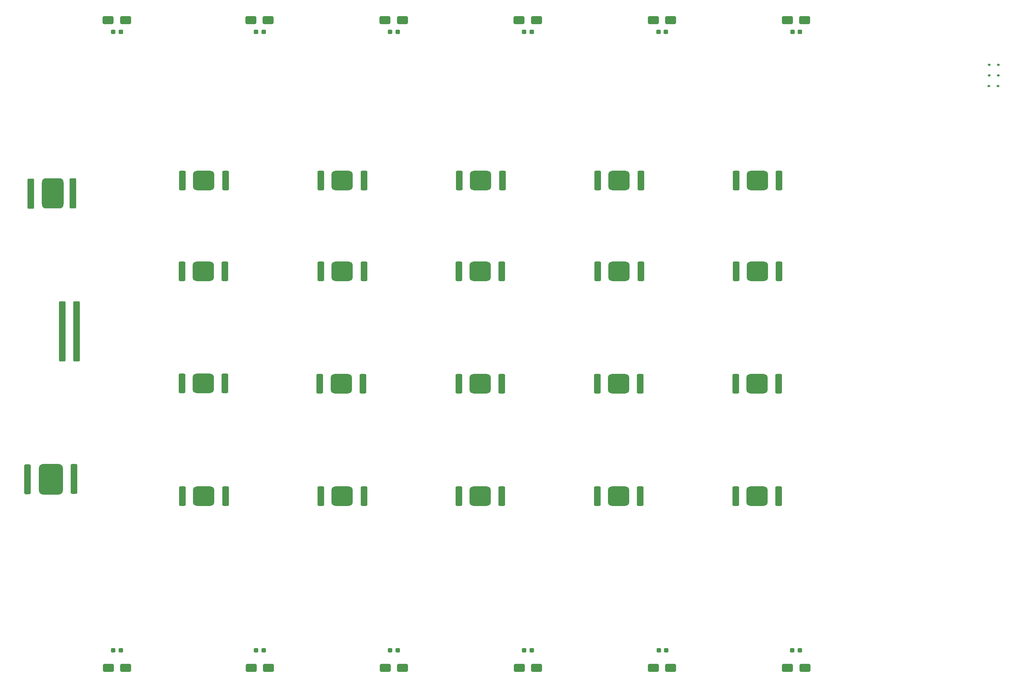
<source format=gbr>
%TF.GenerationSoftware,KiCad,Pcbnew,7.0.10*%
%TF.CreationDate,2024-05-11T12:56:43+02:00*%
%TF.ProjectId,LPF_HF+6,4c50465f-4846-42b3-962e-6b696361645f,rev?*%
%TF.SameCoordinates,Original*%
%TF.FileFunction,Paste,Bot*%
%TF.FilePolarity,Positive*%
%FSLAX46Y46*%
G04 Gerber Fmt 4.6, Leading zero omitted, Abs format (unit mm)*
G04 Created by KiCad (PCBNEW 7.0.10) date 2024-05-11 12:56:43*
%MOMM*%
%LPD*%
G01*
G04 APERTURE LIST*
G04 Aperture macros list*
%AMRoundRect*
0 Rectangle with rounded corners*
0 $1 Rounding radius*
0 $2 $3 $4 $5 $6 $7 $8 $9 X,Y pos of 4 corners*
0 Add a 4 corners polygon primitive as box body*
4,1,4,$2,$3,$4,$5,$6,$7,$8,$9,$2,$3,0*
0 Add four circle primitives for the rounded corners*
1,1,$1+$1,$2,$3*
1,1,$1+$1,$4,$5*
1,1,$1+$1,$6,$7*
1,1,$1+$1,$8,$9*
0 Add four rect primitives between the rounded corners*
20,1,$1+$1,$2,$3,$4,$5,0*
20,1,$1+$1,$4,$5,$6,$7,0*
20,1,$1+$1,$6,$7,$8,$9,0*
20,1,$1+$1,$8,$9,$2,$3,0*%
G04 Aperture macros list end*
%ADD10RoundRect,0.279245X-0.460755X-6.695755X0.460755X-6.695755X0.460755X6.695755X-0.460755X6.695755X0*%
%ADD11RoundRect,0.286792X-0.473208X-6.688208X0.473208X-6.688208X0.473208X6.688208X-0.473208X6.688208X0*%
%ADD12RoundRect,0.849056X1.600944X1.400944X-1.600944X1.400944X-1.600944X-1.400944X1.600944X-1.400944X0*%
%ADD13RoundRect,0.301886X0.498114X1.948114X-0.498114X1.948114X-0.498114X-1.948114X0.498114X-1.948114X0*%
%ADD14RoundRect,0.290094X-0.478656X-1.959906X0.478656X-1.959906X0.478656X1.959906X-0.478656X1.959906X0*%
%ADD15RoundRect,0.250000X-1.000000X-0.650000X1.000000X-0.650000X1.000000X0.650000X-1.000000X0.650000X0*%
%ADD16RoundRect,0.943395X1.556605X2.556605X-1.556605X2.556605X-1.556605X-2.556605X1.556605X-2.556605X0*%
%ADD17RoundRect,0.286792X0.473208X3.213208X-0.473208X3.213208X-0.473208X-3.213208X0.473208X-3.213208X0*%
%ADD18RoundRect,0.250000X1.000000X0.650000X-1.000000X0.650000X-1.000000X-0.650000X1.000000X-0.650000X0*%
%ADD19RoundRect,0.112500X0.187500X0.112500X-0.187500X0.112500X-0.187500X-0.112500X0.187500X-0.112500X0*%
%ADD20RoundRect,0.237500X0.300000X0.237500X-0.300000X0.237500X-0.300000X-0.237500X0.300000X-0.237500X0*%
%ADD21RoundRect,0.237500X-0.300000X-0.237500X0.300000X-0.237500X0.300000X0.237500X-0.300000X0.237500X0*%
%ADD22RoundRect,1.056602X1.743398X2.493398X-1.743398X2.493398X-1.743398X-2.493398X1.743398X-2.493398X0*%
%ADD23RoundRect,0.292452X0.482548X3.145048X-0.482548X3.145048X-0.482548X-3.145048X0.482548X-3.145048X0*%
%ADD24RoundRect,0.283019X0.466981X3.166981X-0.466981X3.166981X-0.466981X-3.166981X0.466981X-3.166981X0*%
G04 APERTURE END LIST*
D10*
%TO.C,C32*%
X119996400Y-130492154D03*
D11*
X123296400Y-130492154D03*
%TD*%
D12*
%TO.C,C25*%
X152706400Y-168617154D03*
D13*
X147753900Y-168617154D03*
D14*
X157725150Y-168617154D03*
%TD*%
D12*
%TO.C,C43*%
X152706400Y-95617154D03*
D13*
X147753900Y-95617154D03*
D14*
X157725150Y-95617154D03*
%TD*%
D12*
%TO.C,C22*%
X248606400Y-168617154D03*
D13*
X243653900Y-168617154D03*
D14*
X253625150Y-168617154D03*
%TD*%
D15*
%TO.C,D15*%
X130610800Y-58545954D03*
X134610800Y-58545954D03*
%TD*%
D16*
%TO.C,C38*%
X117756400Y-98567154D03*
D17*
X122445148Y-98567154D03*
X112696400Y-98617154D03*
%TD*%
D12*
%TO.C,C21*%
X280606400Y-168617154D03*
D13*
X275653900Y-168617154D03*
D14*
X285625150Y-168617154D03*
%TD*%
D18*
%TO.C,D6*%
X134656400Y-208267154D03*
X130656400Y-208267154D03*
%TD*%
D12*
%TO.C,C31*%
X152606400Y-142517154D03*
D13*
X147653900Y-142517154D03*
D14*
X157625150Y-142517154D03*
%TD*%
D19*
%TO.C,D8*%
X336331000Y-73790754D03*
X334231000Y-73790754D03*
%TD*%
D20*
%TO.C,C6*%
X133518900Y-204267154D03*
X131793900Y-204267154D03*
%TD*%
D15*
%TO.C,D12*%
X225610800Y-58545954D03*
X229610800Y-58545954D03*
%TD*%
D12*
%TO.C,C28*%
X248606400Y-142617154D03*
D13*
X243653900Y-142617154D03*
D14*
X253625150Y-142617154D03*
%TD*%
D12*
%TO.C,C27*%
X280606400Y-142617154D03*
D13*
X275653900Y-142617154D03*
D14*
X285625150Y-142617154D03*
%TD*%
D12*
%TO.C,C30*%
X184506400Y-142617154D03*
D13*
X179553900Y-142617154D03*
D14*
X189525150Y-142617154D03*
%TD*%
D21*
%TO.C,C10*%
X257793900Y-61267154D03*
X259518900Y-61267154D03*
%TD*%
D12*
%TO.C,C29*%
X216606400Y-142617154D03*
D13*
X211653900Y-142617154D03*
D14*
X221625150Y-142617154D03*
%TD*%
D12*
%TO.C,C41*%
X216706400Y-95617154D03*
D13*
X211753900Y-95617154D03*
D14*
X221725150Y-95617154D03*
%TD*%
D18*
%TO.C,D2*%
X260656400Y-208267154D03*
X256656400Y-208267154D03*
%TD*%
D12*
%TO.C,C42*%
X184706400Y-95617154D03*
D13*
X179753900Y-95617154D03*
D14*
X189725150Y-95617154D03*
%TD*%
D12*
%TO.C,C35*%
X216606400Y-116617154D03*
D13*
X211653900Y-116617154D03*
D14*
X221625150Y-116617154D03*
%TD*%
D20*
%TO.C,C3*%
X228497300Y-204267154D03*
X226772300Y-204267154D03*
%TD*%
D19*
%TO.C,D9*%
X336381800Y-71326954D03*
X334281800Y-71326954D03*
%TD*%
D12*
%TO.C,C24*%
X184706400Y-168617154D03*
D13*
X179753900Y-168617154D03*
D14*
X189725150Y-168617154D03*
%TD*%
D22*
%TO.C,C26*%
X117356400Y-164717154D03*
D23*
X122681400Y-164629654D03*
D24*
X111986400Y-164717154D03*
%TD*%
D15*
%TO.C,D13*%
X194610800Y-58545954D03*
X198610800Y-58545954D03*
%TD*%
%TO.C,D14*%
X163610800Y-58545954D03*
X167610800Y-58545954D03*
%TD*%
D18*
%TO.C,D1*%
X291661600Y-208267154D03*
X287661600Y-208267154D03*
%TD*%
D21*
%TO.C,C13*%
X164793900Y-61267154D03*
X166518900Y-61267154D03*
%TD*%
D18*
%TO.C,D5*%
X167656400Y-208267154D03*
X163656400Y-208267154D03*
%TD*%
D20*
%TO.C,C1*%
X290473300Y-204267154D03*
X288748300Y-204267154D03*
%TD*%
%TO.C,C4*%
X197518900Y-204267154D03*
X195793900Y-204267154D03*
%TD*%
D18*
%TO.C,D3*%
X229656400Y-208267154D03*
X225656400Y-208267154D03*
%TD*%
D12*
%TO.C,C33*%
X280706400Y-116617154D03*
D13*
X275753900Y-116617154D03*
D14*
X285725150Y-116617154D03*
%TD*%
D20*
%TO.C,C2*%
X259637700Y-204267154D03*
X257912700Y-204267154D03*
%TD*%
D18*
%TO.C,D4*%
X198656400Y-208267154D03*
X194656400Y-208267154D03*
%TD*%
D12*
%TO.C,C39*%
X280706400Y-95617154D03*
D13*
X275753900Y-95617154D03*
D14*
X285725150Y-95617154D03*
%TD*%
D12*
%TO.C,C40*%
X248706400Y-95617154D03*
D13*
X243753900Y-95617154D03*
D14*
X253725150Y-95617154D03*
%TD*%
D12*
%TO.C,C36*%
X184706400Y-116617154D03*
D13*
X179753900Y-116617154D03*
D14*
X189725150Y-116617154D03*
%TD*%
D15*
%TO.C,D11*%
X256610800Y-58545954D03*
X260610800Y-58545954D03*
%TD*%
D12*
%TO.C,C34*%
X248706400Y-116617154D03*
D13*
X243753900Y-116617154D03*
D14*
X253725150Y-116617154D03*
%TD*%
D15*
%TO.C,D10*%
X287610800Y-58545954D03*
X291610800Y-58545954D03*
%TD*%
D21*
%TO.C,C11*%
X226793900Y-61267154D03*
X228518900Y-61267154D03*
%TD*%
D12*
%TO.C,C37*%
X152606400Y-116617154D03*
D13*
X147653900Y-116617154D03*
D14*
X157625150Y-116617154D03*
%TD*%
D21*
%TO.C,C9*%
X288793900Y-61267154D03*
X290518900Y-61267154D03*
%TD*%
%TO.C,C14*%
X131793900Y-61267154D03*
X133518900Y-61267154D03*
%TD*%
D12*
%TO.C,C23*%
X216606400Y-168617154D03*
D13*
X211653900Y-168617154D03*
D14*
X221625150Y-168617154D03*
%TD*%
D19*
%TO.C,D7*%
X336407200Y-68863154D03*
X334307200Y-68863154D03*
%TD*%
D20*
%TO.C,C5*%
X166518900Y-204267154D03*
X164793900Y-204267154D03*
%TD*%
D21*
%TO.C,C12*%
X195793900Y-61267154D03*
X197518900Y-61267154D03*
%TD*%
M02*

</source>
